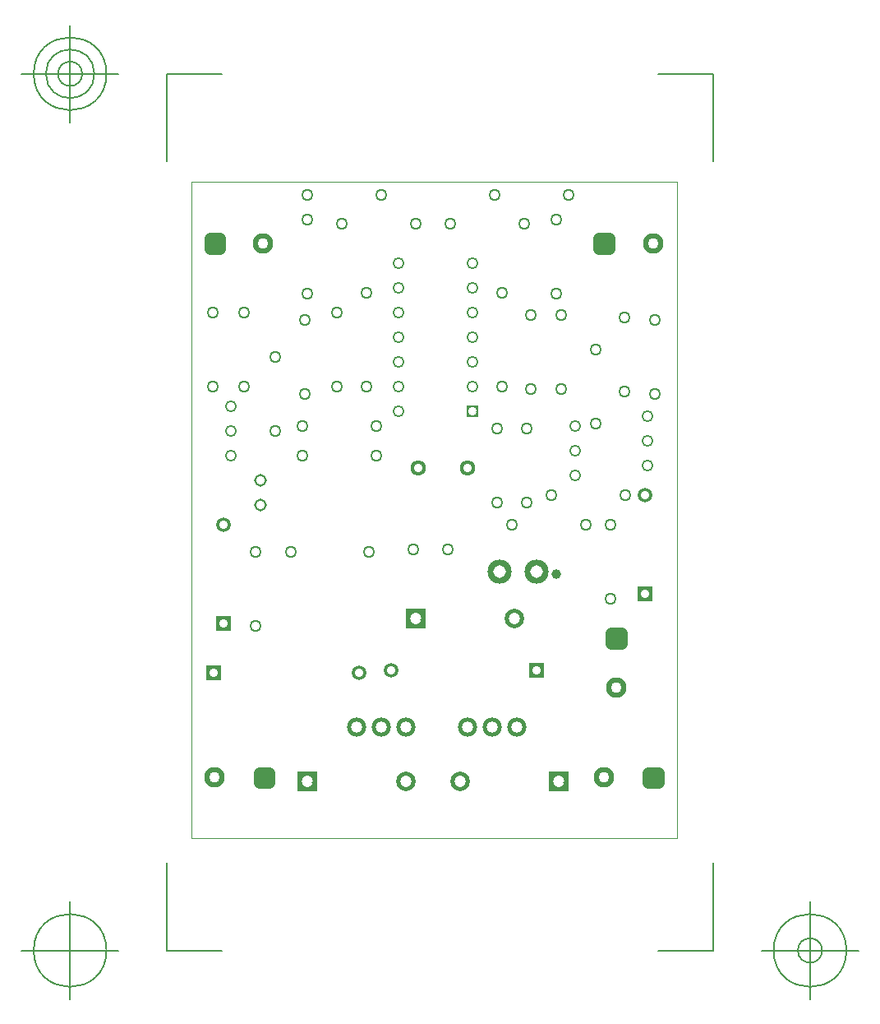
<source format=gbr>
G04 Generated by Ultiboard 11.0 *
%FSLAX25Y25*%
%MOMM*%

%ADD10C,0.12700*%
%ADD11C,0.00100*%
%ADD12C,1.00000*%
%ADD13C,2.11684X1.10058*%
%ADD14R,0.95250X0.95250X1.29108*%
%ADD15C,1.29108*%
%ADD16C,2.00000X1.20000*%
%ADD17R,2.00000X2.00000X1.20000*%
%ADD18C,1.27000X0.88900*%
%ADD19C,1.24460X0.88900*%
%ADD20R,1.50000X1.50000X0.90000*%
%ADD21C,1.50000X0.90000*%
%ADD22C,1.31216X0.88900*%
%ADD23C,1.60884X0.88900*%
%ADD24C,1.98984X1.18542*%
%ADD25C,2.49784X1.31242*%
%ADD26R,1.24460X1.24460X0.88900*%


G04 ColorRGB FF00CC for the following layer *
%LNSolder Mask Top*%
%LPD*%
%FSLAX25Y25*%
%MOMM*%
G54D10*
X2088974Y-1842491D02*
X2088974Y-940068D01*
X2088974Y-1842491D02*
X2651397Y-1842491D01*
X7713204Y-1842491D02*
X7150781Y-1842491D01*
X7713204Y-1842491D02*
X7713204Y-940068D01*
X7713204Y7181739D02*
X7713204Y6279316D01*
X7713204Y7181739D02*
X7150781Y7181739D01*
X2088974Y7181739D02*
X2651397Y7181739D01*
X2088974Y7181739D02*
X2088974Y6279316D01*
X1588974Y-1842491D02*
X588974Y-1842491D01*
X1088974Y-2342491D02*
X1088974Y-1342491D01*
X713974Y-1842491D02*
G75*
D01*
G02X713974Y-1842491I375000J0*
G01*
X8213204Y-1842491D02*
X9213204Y-1842491D01*
X8713204Y-2342491D02*
X8713204Y-1342491D01*
X8338204Y-1842491D02*
G75*
D01*
G02X8338204Y-1842491I375000J0*
G01*
X8588204Y-1842491D02*
G75*
D01*
G02X8588204Y-1842491I125000J0*
G01*
X1588974Y7181739D02*
X588974Y7181739D01*
X1088974Y6681739D02*
X1088974Y7681739D01*
X713974Y7181739D02*
G75*
D01*
G02X713974Y7181739I375000J0*
G01*
X838974Y7181739D02*
G75*
D01*
G02X838974Y7181739I250000J0*
G01*
X963974Y7181739D02*
G75*
D01*
G02X963974Y7181739I125000J0*
G01*
X2088974Y-1842491D02*
X2088974Y-940068D01*
X2088974Y-1842491D02*
X2651397Y-1842491D01*
X7713204Y-1842491D02*
X7150781Y-1842491D01*
X7713204Y-1842491D02*
X7713204Y-940068D01*
X7713204Y7181739D02*
X7713204Y6279316D01*
X7713204Y7181739D02*
X7150781Y7181739D01*
X2088974Y7181739D02*
X2651397Y7181739D01*
X2088974Y7181739D02*
X2088974Y6279316D01*
X1588974Y-1842491D02*
X588974Y-1842491D01*
X1088974Y-2342491D02*
X1088974Y-1342491D01*
X713974Y-1842491D02*
G75*
D01*
G02X713974Y-1842491I375000J0*
G01*
X8213204Y-1842491D02*
X9213204Y-1842491D01*
X8713204Y-2342491D02*
X8713204Y-1342491D01*
X8338204Y-1842491D02*
G75*
D01*
G02X8338204Y-1842491I375000J0*
G01*
X8588204Y-1842491D02*
G75*
D01*
G02X8588204Y-1842491I125000J0*
G01*
X1588974Y7181739D02*
X588974Y7181739D01*
X1088974Y6681739D02*
X1088974Y7681739D01*
X713974Y7181739D02*
G75*
D01*
G02X713974Y7181739I375000J0*
G01*
X838974Y7181739D02*
G75*
D01*
G02X838974Y7181739I250000J0*
G01*
X963974Y7181739D02*
G75*
D01*
G02X963974Y7181739I125000J0*
G01*
G54D11*
X2336800Y-685800D02*
X7340600Y-685800D01*
X7340600Y-685800D02*
X7340600Y6070600D01*
X7340600Y6070600D02*
X2336800Y6070600D01*
X2336800Y6070600D02*
X2336800Y-685800D01*
G54D12*
X6096000Y2032000D03*
G54D13*
X2579793Y-61807D03*
X6589607Y-61807D03*
X6716607Y863600D03*
X7097607Y5435600D03*
X3079327Y5435600D03*
G54D14*
X3087793Y-61807D03*
X7097607Y-61807D03*
X6716607Y1371600D03*
X6589607Y5435600D03*
X2579793Y5435600D03*
G54D15*
X3040168Y-109432D02*
X3135418Y-109432D01*
X3135418Y-14182D01*
X3040168Y-14182D01*
X3040168Y-109432D01*D02*
X7049982Y-109432D02*
X7145232Y-109432D01*
X7145232Y-14182D01*
X7049982Y-14182D01*
X7049982Y-109432D01*D02*
X6668982Y1323975D02*
X6764232Y1323975D01*
X6764232Y1419225D01*
X6668982Y1419225D01*
X6668982Y1323975D01*D02*
X6541982Y5387975D02*
X6637232Y5387975D01*
X6637232Y5483225D01*
X6541982Y5483225D01*
X6541982Y5387975D01*D02*
X2532168Y5387975D02*
X2627418Y5387975D01*
X2627418Y5483225D01*
X2532168Y5483225D01*
X2532168Y5387975D01*D02*
G54D16*
X4546600Y-101600D03*
X5105400Y-101600D03*
X5664200Y1574800D03*
G54D17*
X3530600Y-101600D03*
X6121400Y-101600D03*
X4648200Y1574800D03*
G54D18*
X6400800Y2540000D03*
X5638800Y2540000D03*
X6045200Y2844800D03*
X6807200Y2844800D03*
X3200400Y3505200D03*
X3200400Y4267200D03*
X2997200Y1498600D03*
X2997200Y2260600D03*
X2558627Y4724400D03*
X2558627Y3962400D03*
X2880021Y4724400D03*
X2880021Y3962400D03*
X5486400Y2768600D03*
X5486400Y3530600D03*
X5791200Y2768600D03*
X5791200Y3530600D03*
X3479800Y3251200D03*
X4241800Y3251200D03*
X4627034Y2286000D03*
X4978400Y2286000D03*
X3361267Y2260600D03*
X4165600Y2260600D03*
X3835400Y4724400D03*
X3835400Y3962400D03*
X4140200Y3962400D03*
X4140200Y4927600D03*
X3479800Y3556000D03*
X4241800Y3556000D03*
X3505200Y3886200D03*
X3505200Y4648200D03*
X3530600Y5930900D03*
X4292600Y5930900D03*
X3886200Y5638800D03*
X4648200Y5638800D03*
X3530600Y5676900D03*
X3530600Y4914900D03*
X5537200Y3962400D03*
X5537200Y4927600D03*
X5833195Y3937000D03*
X5833195Y4699000D03*
X6146800Y3937000D03*
X6146800Y4699000D03*
X5461000Y5930900D03*
X6223000Y5930900D03*
X5003800Y5638800D03*
X5765800Y5638800D03*
X6096000Y5676900D03*
X6096000Y4914900D03*
X6654800Y1778000D03*
X6654800Y2540000D03*
X7112000Y3886200D03*
X7112000Y4648200D03*
X6797378Y3911600D03*
X6797378Y4673600D03*
X6502400Y3581400D03*
X6502400Y4343400D03*
G54D19*
X6290848Y3048000D03*
X6290848Y3556000D03*
X6290848Y3302000D03*
X2743200Y3251200D03*
X2743200Y3759200D03*
X2743200Y3505200D03*
X4476075Y4724400D03*
X4476075Y3962400D03*
X4476075Y3708400D03*
X4476075Y4216400D03*
X4476075Y4470400D03*
X4476075Y5232400D03*
X4476075Y4978400D03*
X5238075Y4724400D03*
X5238075Y3962400D03*
X5238075Y4216400D03*
X5238075Y4470400D03*
X5238075Y4978400D03*
X5238075Y5232400D03*
X7037656Y3149600D03*
X7037656Y3657600D03*
X7037656Y3403600D03*
G54D20*
X2568800Y1011400D03*
X2667000Y1524000D03*
X5892800Y1041400D03*
X7010400Y1828800D03*
G54D21*
X4068800Y1011400D03*
X2667000Y2540000D03*
X4392800Y1041400D03*
X7010400Y2844800D03*
G54D22*
X3048000Y2743200D03*
X3048000Y2997200D03*
G54D23*
X4673600Y3124200D03*
X5181600Y3124200D03*
G54D24*
X4038600Y457200D03*
X4292600Y457200D03*
X4546600Y457200D03*
X5689600Y457200D03*
X5181600Y457200D03*
X5435600Y457200D03*
G54D25*
X5892800Y2057400D03*
X5511800Y2057400D03*
G54D26*
X5238075Y3708400D03*

M00*

</source>
